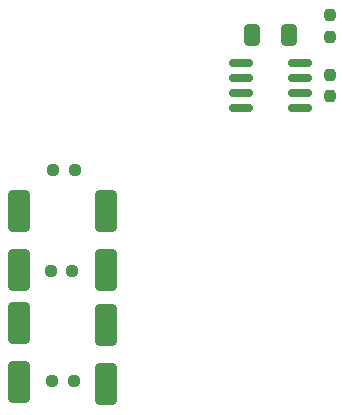
<source format=gbr>
%TF.GenerationSoftware,KiCad,Pcbnew,8.0.8*%
%TF.CreationDate,2025-03-24T19:05:04+08:00*%
%TF.ProjectId,trafficlight,74726166-6669-4636-9c69-6768742e6b69,rev?*%
%TF.SameCoordinates,Original*%
%TF.FileFunction,Paste,Bot*%
%TF.FilePolarity,Positive*%
%FSLAX46Y46*%
G04 Gerber Fmt 4.6, Leading zero omitted, Abs format (unit mm)*
G04 Created by KiCad (PCBNEW 8.0.8) date 2025-03-24 19:05:04*
%MOMM*%
%LPD*%
G01*
G04 APERTURE LIST*
G04 Aperture macros list*
%AMRoundRect*
0 Rectangle with rounded corners*
0 $1 Rounding radius*
0 $2 $3 $4 $5 $6 $7 $8 $9 X,Y pos of 4 corners*
0 Add a 4 corners polygon primitive as box body*
4,1,4,$2,$3,$4,$5,$6,$7,$8,$9,$2,$3,0*
0 Add four circle primitives for the rounded corners*
1,1,$1+$1,$2,$3*
1,1,$1+$1,$4,$5*
1,1,$1+$1,$6,$7*
1,1,$1+$1,$8,$9*
0 Add four rect primitives between the rounded corners*
20,1,$1+$1,$2,$3,$4,$5,0*
20,1,$1+$1,$4,$5,$6,$7,0*
20,1,$1+$1,$6,$7,$8,$9,0*
20,1,$1+$1,$8,$9,$2,$3,0*%
G04 Aperture macros list end*
%ADD10RoundRect,0.237500X0.237500X-0.250000X0.237500X0.250000X-0.237500X0.250000X-0.237500X-0.250000X0*%
%ADD11RoundRect,0.250000X0.650000X-1.500000X0.650000X1.500000X-0.650000X1.500000X-0.650000X-1.500000X0*%
%ADD12RoundRect,0.237500X-0.250000X-0.237500X0.250000X-0.237500X0.250000X0.237500X-0.250000X0.237500X0*%
%ADD13RoundRect,0.250000X-0.650000X1.500000X-0.650000X-1.500000X0.650000X-1.500000X0.650000X1.500000X0*%
%ADD14RoundRect,0.150000X-0.825000X-0.150000X0.825000X-0.150000X0.825000X0.150000X-0.825000X0.150000X0*%
%ADD15RoundRect,0.250000X0.412500X0.650000X-0.412500X0.650000X-0.412500X-0.650000X0.412500X-0.650000X0*%
%ADD16RoundRect,0.237500X-0.237500X0.250000X-0.237500X-0.250000X0.237500X-0.250000X0.237500X0.250000X0*%
G04 APERTURE END LIST*
D10*
%TO.C,R2*%
X157561800Y-103229300D03*
X157561800Y-101404300D03*
%TD*%
D11*
%TO.C,D7*%
X138582400Y-127620400D03*
X138582400Y-122620400D03*
%TD*%
D12*
%TO.C,R3*%
X134141200Y-109474000D03*
X135966200Y-109474000D03*
%TD*%
D13*
%TO.C,D5*%
X131241800Y-112943000D03*
X131241800Y-117943000D03*
%TD*%
D14*
%TO.C,U1*%
X150083000Y-104196400D03*
X150083000Y-102926400D03*
X150083000Y-101656400D03*
X150083000Y-100386400D03*
X155033000Y-100386400D03*
X155033000Y-101656400D03*
X155033000Y-102926400D03*
X155033000Y-104196400D03*
%TD*%
D12*
%TO.C,R4*%
X134063100Y-127361200D03*
X135888100Y-127361200D03*
%TD*%
D15*
%TO.C,C1*%
X154101800Y-97993200D03*
X150976800Y-97993200D03*
%TD*%
D16*
%TO.C,R1*%
X157561800Y-96351600D03*
X157561800Y-98176600D03*
%TD*%
D12*
%TO.C,R6*%
X133936100Y-118033800D03*
X135761100Y-118033800D03*
%TD*%
D13*
%TO.C,D4*%
X138633200Y-112943000D03*
X138633200Y-117943000D03*
%TD*%
D11*
%TO.C,D6*%
X131292600Y-127377200D03*
X131292600Y-122377200D03*
%TD*%
M02*

</source>
